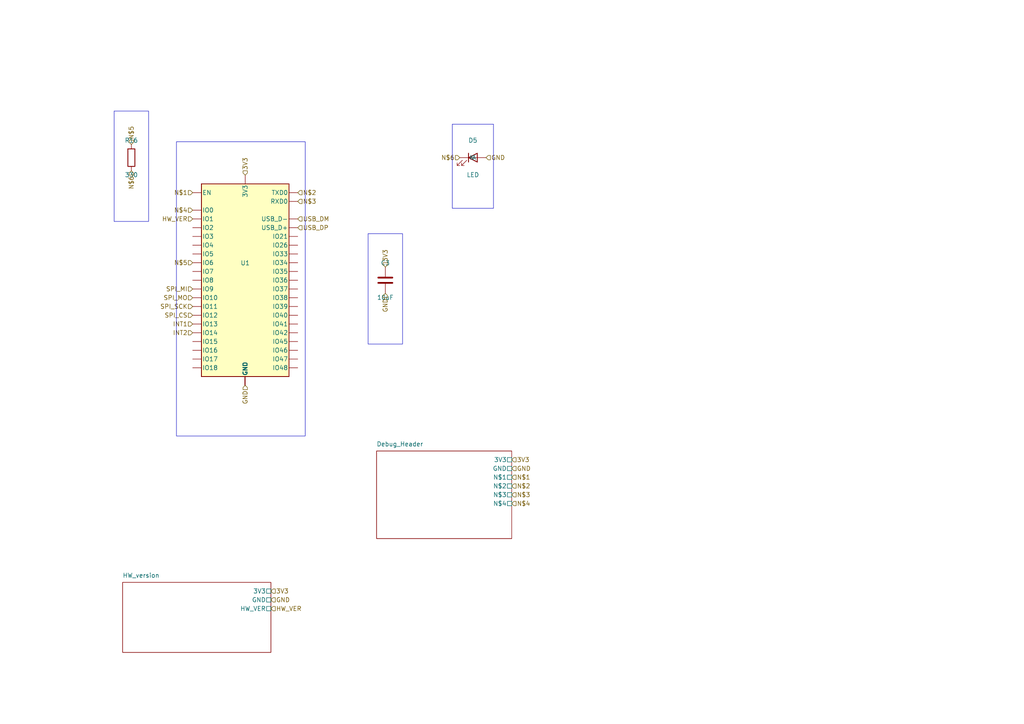
<source format=kicad_sch>
(kicad_sch (version 20250114) (generator "kicad_api") (generator_version 9.0)
  (paper A4)
  (paper A4)
  (lib_symbols
    (symbol "Device:C" (pin_numbers hide) (pin_names (offset 0.254))
      (property "Reference" "C" (at 0.0 0.0 0))
      (property "Value" "C" (at 0.0 0.0 0))
      (symbol "C_0_1"
        (polyline (pts (xy -2.032 0.762) (xy 2.032 0.762)) (stroke (width 0.508)))
        (polyline (pts (xy -2.032 -0.762) (xy 2.032 -0.762)) (stroke (width 0.508)))
      )
      (symbol "C_1_1"
        (pin passive line (at 0.0 3.81 270) (length 2.794) (name ~) (number "1"))
        (pin passive line (at 0.0 -3.81 90) (length 2.794) (name ~) (number "2"))
      )
    )
    (symbol "Device:LED" (pin_numbers hide) (pin_names (offset 0.254))
      (property "Reference" "D" (at 0.0 0.0 0))
      (property "Value" "LED" (at 0.0 0.0 0))
      (property "Sim.Pins" "1=K 2=A" (at 0.0 0.0 0))
      (symbol "LED_0_1"
        (polyline (pts (xy -3.048 -0.762) (xy -4.572 -2.286) (xy -3.81 -2.286) (xy -4.572 -2.286) (xy -4.572 -1.524)) (stroke (width 0.0)))
        (polyline (pts (xy -1.778 -0.762) (xy -3.302 -2.286) (xy -2.54 -2.286) (xy -3.302 -2.286) (xy -3.302 -1.524)) (stroke (width 0.0)))
        (polyline (pts (xy -1.27 0.0) (xy 1.27 0.0)) (stroke (width 0.0)))
        (polyline (pts (xy -1.27 -1.27) (xy -1.27 1.27)) (stroke (width 0.254)))
        (polyline (pts (xy 1.27 -1.27) (xy 1.27 1.27) (xy -1.27 0.0) (xy 1.27 -1.27)) (stroke (width 0.254)))
      )
      (symbol "LED_1_1"
        (pin passive line (at -3.81 0.0 0) (length 2.54) (name K) (number "1"))
        (pin passive line (at 3.81 0.0 180) (length 2.54) (name A) (number "2"))
      )
    )
    (symbol "Device:R" (pin_numbers hide) (pin_names (offset 0.254))
      (property "Reference" "R" (at 0.0 0.0 0))
      (property "Value" "R" (at 0.0 0.0 0))
      (symbol "R_0_1"
        (rectangle (start -1.016 -2.54) (end 1.016 2.54) (stroke (width 0.254)))
      )
      (symbol "R_1_1"
        (pin passive line (at 0.0 3.81 270) (length 1.27) (name ~) (number "1"))
        (pin passive line (at 0.0 -3.81 90) (length 1.27) (name ~) (number "2"))
      )
    )
    (symbol "RF_Module:ESP32-S3-MINI-1" (pin_numbers hide) (pin_names (offset 0.254))
      (property "Reference" "U" (at 0.0 0.0 0))
      (property "Value" "ESP32-S3-MINI-1" (at 0.0 0.0 0))
      (symbol "ESP32-S3-MINI-1_0_1"
        (rectangle (start -12.7 27.94) (end 12.7 -27.94) (stroke (width 0.254)) (fill (type background)))
      )
      (symbol "ESP32-S3-MINI-1_1_1"
        (pin input line (at -15.24 25.4 0) (length 2.54) (name EN) (number "45"))
        (pin bidirectional line (at -15.24 20.32 0) (length 2.54) (name IO0) (number "4"))
        (pin bidirectional line (at -15.24 17.78 0) (length 2.54) (name IO1) (number "5"))
        (pin bidirectional line (at -15.24 15.24 0) (length 2.54) (name IO2) (number "6"))
        (pin bidirectional line (at -15.24 12.7 0) (length 2.54) (name IO3) (number "7"))
        (pin bidirectional line (at -15.24 10.16 0) (length 2.54) (name IO4) (number "8"))
        (pin bidirectional line (at -15.24 7.62 0) (length 2.54) (name IO5) (number "9"))
        (pin bidirectional line (at -15.24 5.08 0) (length 2.54) (name IO6) (number "10"))
        (pin bidirectional line (at -15.24 2.54 0) (length 2.54) (name IO7) (number "11"))
        (pin bidirectional line (at -15.24 0.0 0) (length 2.54) (name IO8) (number "12"))
        (pin bidirectional line (at -15.24 -2.54 0) (length 2.54) (name IO9) (number "13"))
        (pin bidirectional line (at -15.24 -5.08 0) (length 2.54) (name IO10) (number "14"))
        (pin bidirectional line (at -15.24 -7.62 0) (length 2.54) (name IO11) (number "15"))
        (pin bidirectional line (at -15.24 -10.16 0) (length 2.54) (name IO12) (number "16"))
        (pin bidirectional line (at -15.24 -12.7 0) (length 2.54) (name IO13) (number "17"))
        (pin bidirectional line (at -15.24 -15.24 0) (length 2.54) (name IO14) (number "18"))
        (pin bidirectional line (at -15.24 -17.78 0) (length 2.54) (name IO15) (number "19"))
        (pin bidirectional line (at -15.24 -20.32 0) (length 2.54) (name IO16) (number "20"))
        (pin bidirectional line (at -15.24 -22.86 0) (length 2.54) (name IO17) (number "21"))
        (pin bidirectional line (at -15.24 -25.4 0) (length 2.54) (name IO18) (number "22"))
        (pin power_in line (at 0.0 30.48 270) (length 2.54) (name 3V3) (number "3"))
        (pin power_in line (at 0.0 -30.48 90) (length 2.54) (name GND) (number "1"))
        (pin passive line (at 0.0 -30.48 90) (length 2.54) (name GND) (number "2"))
        (pin passive line (at 0.0 -30.48 90) (length 2.54) (name GND) (number "42"))
        (pin passive line (at 0.0 -30.48 90) (length 2.54) (name GND) (number "43"))
        (pin passive line (at 0.0 -30.48 90) (length 2.54) (name GND) (number "46"))
        (pin passive line (at 0.0 -30.48 90) (length 2.54) (name GND) (number "47"))
        (pin passive line (at 0.0 -30.48 90) (length 2.54) (name GND) (number "48"))
        (pin passive line (at 0.0 -30.48 90) (length 2.54) (name GND) (number "49"))
        (pin passive line (at 0.0 -30.48 90) (length 2.54) (name GND) (number "50"))
        (pin passive line (at 0.0 -30.48 90) (length 2.54) (name GND) (number "51"))
        (pin passive line (at 0.0 -30.48 90) (length 2.54) (name GND) (number "52"))
        (pin passive line (at 0.0 -30.48 90) (length 2.54) (name GND) (number "53"))
        (pin passive line (at 0.0 -30.48 90) (length 2.54) (name GND) (number "54"))
        (pin passive line (at 0.0 -30.48 90) (length 2.54) (name GND) (number "55"))
        (pin passive line (at 0.0 -30.48 90) (length 2.54) (name GND) (number "56"))
        (pin passive line (at 0.0 -30.48 90) (length 2.54) (name GND) (number "57"))
        (pin passive line (at 0.0 -30.48 90) (length 2.54) (name GND) (number "58"))
        (pin passive line (at 0.0 -30.48 90) (length 2.54) (name GND) (number "59"))
        (pin passive line (at 0.0 -30.48 90) (length 2.54) (name GND) (number "60"))
        (pin passive line (at 0.0 -30.48 90) (length 2.54) (name GND) (number "61"))
        (pin passive line (at 0.0 -30.48 90) (length 2.54) (name GND) (number "62"))
        (pin passive line (at 0.0 -30.48 90) (length 2.54) (name GND) (number "63"))
        (pin passive line (at 0.0 -30.48 90) (length 2.54) (name GND) (number "64"))
        (pin passive line (at 0.0 -30.48 90) (length 2.54) (name GND) (number "65"))
        (pin bidirectional line (at 15.24 25.4 180) (length 2.54) (name TXD0) (number "39"))
        (pin bidirectional line (at 15.24 22.86 180) (length 2.54) (name RXD0) (number "40"))
        (pin bidirectional line (at 15.24 17.78 180) (length 2.54) (name USB_D-) (number "23"))
        (pin bidirectional line (at 15.24 15.24 180) (length 2.54) (name USB_D+) (number "24"))
        (pin bidirectional line (at 15.24 12.7 180) (length 2.54) (name IO21) (number "25"))
        (pin bidirectional line (at 15.24 10.16 180) (length 2.54) (name IO26) (number "26"))
        (pin bidirectional line (at 15.24 7.62 180) (length 2.54) (name IO33) (number "28"))
        (pin bidirectional line (at 15.24 5.08 180) (length 2.54) (name IO34) (number "29"))
        (pin bidirectional line (at 15.24 2.54 180) (length 2.54) (name IO35) (number "31"))
        (pin bidirectional line (at 15.24 0.0 180) (length 2.54) (name IO36) (number "32"))
        (pin bidirectional line (at 15.24 -2.54 180) (length 2.54) (name IO37) (number "33"))
        (pin bidirectional line (at 15.24 -5.08 180) (length 2.54) (name IO38) (number "34"))
        (pin bidirectional line (at 15.24 -7.62 180) (length 2.54) (name IO39) (number "35"))
        (pin bidirectional line (at 15.24 -10.16 180) (length 2.54) (name IO40) (number "36"))
        (pin bidirectional line (at 15.24 -12.7 180) (length 2.54) (name IO41) (number "37"))
        (pin bidirectional line (at 15.24 -15.24 180) (length 2.54) (name IO42) (number "38"))
        (pin bidirectional line (at 15.24 -17.78 180) (length 2.54) (name IO45) (number "41"))
        (pin bidirectional line (at 15.24 -20.32 180) (length 2.54) (name IO46) (number "44"))
        (pin bidirectional line (at 15.24 -22.86 180) (length 2.54) (name IO47) (number "27"))
        (pin bidirectional line (at 15.24 -25.4 180) (length 2.54) (name IO48) (number "30"))
      )
    )
  )
  (title_block (title Comms_processor) (date 2025-07-25) (company Circuit-Synth))
  (symbol (lib_id RF_Module:ESP32-S3-MINI-1) (at 71.12 81.28 0)
    (property "Reference" "U1" (at 71.12 76.28 0))
    (property "Footprint" "RF_Module:ESP32-S2-MINI-1" (effects (hide yes)))
    (instances (project "circuit" (path "" (reference U1) (unit 1))) (project "example_kicad_project" (path "" (reference U1) (unit 1))))
  )
  (symbol (lib_id Device:C) (at 111.76 81.28 0)
    (property "Reference" "C3" (at 111.76 76.28 0))
    (property "Value" "10uF" (at 111.76 86.28 0))
    (property "Footprint" "Capacitor_SMD:C_0603_1608Metric" (effects (hide yes)))
    (instances (project "circuit" (path "" (reference C3) (unit 1))) (project "example_kicad_project" (path "" (reference C3) (unit 1))))
  )
  (symbol (lib_id Device:LED) (at 137.16 45.72 0)
    (property "Reference" "D5" (at 137.16 40.72 0))
    (property "Value" "LED" (at 137.16 50.72 0))
    (property "Footprint" "LED_SMD:LED_0603_1608Metric" (effects (hide yes)))
    (instances (project "circuit" (path "" (reference D5) (unit 1))) (project "example_kicad_project" (path "" (reference D5) (unit 1))))
  )
  (symbol (lib_id Device:R) (at 38.1 45.72 0)
    (property "Reference" "R16" (at 38.1 40.72 0))
    (property "Value" "330" (at 38.1 50.72 0))
    (property "Footprint" "Resistor_SMD:R_0603_1608Metric" (effects (hide yes)))
    (instances (project "circuit" (path "" (reference R16) (unit 1))) (project "example_kicad_project" (path "" (reference R16) (unit 1))))
  )
  (hierarchical_label N$1 (shape input) (at 55.88 55.88 180))
  (hierarchical_label N$4 (shape input) (at 55.88 60.96 180))
  (hierarchical_label HW_VER (shape input) (at 55.88 63.5 180))
  (hierarchical_label N$5 (shape input) (at 55.88 76.2 180))
  (hierarchical_label N$5 (shape input) (at 38.1 41.91 90))
  (hierarchical_label SPI_MI (shape input) (at 55.88 83.82000000000001 180))
  (hierarchical_label SPI_MO (shape input) (at 55.88 86.36 180))
  (hierarchical_label SPI_SCK (shape input) (at 55.88 88.9 180))
  (hierarchical_label SPI_CS (shape input) (at 55.88 91.44 180))
  (hierarchical_label INT1 (shape input) (at 55.88 93.98 180))
  (hierarchical_label INT2 (shape input) (at 55.88 96.52 180))
  (hierarchical_label 3V3 (shape input) (at 71.12 50.8 90))
  (hierarchical_label 3V3 (shape input) (at 111.76 77.47 90))
  (hierarchical_label GND (shape input) (at 71.12 111.76 270))
  (hierarchical_label GND (shape input) (at 111.76 85.09 270))
  (hierarchical_label GND (shape input) (at 140.97 45.72 0))
  (hierarchical_label N$2 (shape input) (at 86.36 55.88 0))
  (hierarchical_label N$3 (shape input) (at 86.36 58.42 0))
  (hierarchical_label USB_DM (shape input) (at 86.36 63.5 0))
  (hierarchical_label USB_DP (shape input) (at 86.36 66.04 0))
  (hierarchical_label N$6 (shape input) (at 133.35 45.72 180))
  (hierarchical_label N$6 (shape input) (at 38.1 49.53 270))
  (hierarchical_label 3V3 (shape input) (at 148.43 133.35 0))
  (hierarchical_label GND (shape input) (at 148.43 135.89000000000001 0))
  (hierarchical_label N$1 (shape input) (at 148.43 138.43 0))
  (hierarchical_label N$2 (shape input) (at 148.43 140.97 0))
  (hierarchical_label N$3 (shape input) (at 148.43 143.51 0))
  (hierarchical_label N$4 (shape input) (at 148.43 146.05 0))
  (hierarchical_label 3V3 (shape input) (at 78.58 171.45 0))
  (hierarchical_label GND (shape input) (at 78.58 173.99 0))
  (hierarchical_label HW_VER (shape input) (at 78.58 176.53 0))
  (sheet (at 109.22 130.81) (size 39.21 25.4) (stroke (width 0.12)) (fill (color 0 0 0 0.0))
    (property "Sheetname" "Debug_Header" (at 109.22 129.54 0) (effects (justify left bottom)))
    (property "Sheetfile" "Debug_Header.kicad_sch" (effects (hide yes)))
    (pin 3V3 passive (at 147.16 133.35 0))
    (pin GND passive (at 147.16 135.89000000000001 0))
    (pin N$1 passive (at 147.16 138.43 0))
    (pin N$2 passive (at 147.16 140.97 0))
    (pin N$3 passive (at 147.16 143.51 0))
    (pin N$4 passive (at 147.16 146.05 0))
  )
  (sheet (at 35.56 168.91) (size 43.019999999999996 20.32) (stroke (width 0.12)) (fill (color 0 0 0 0.0))
    (property "Sheetname" "HW_version" (at 35.56 167.64 0) (effects (justify left bottom)))
    (property "Sheetfile" "HW_version.kicad_sch" (effects (hide yes)))
    (pin 3V3 passive (at 77.31 171.45 0))
    (pin GND passive (at 77.31 173.99 0))
    (pin HW_VER passive (at 77.31 176.53 0))
  )
  (rectangle (start 51.181 41.101000000000006) (end 88.519 126.459) (stroke (width 0.127)))
  (rectangle (start 106.76 67.771) (end 116.76 99.789) (stroke (width 0.127)))
  (rectangle (start 131.191 36.021) (end 143.129 60.419) (stroke (width 0.127)))
  (rectangle (start 33.1 32.211) (end 43.1 64.229) (stroke (width 0.127)))
)
</source>
